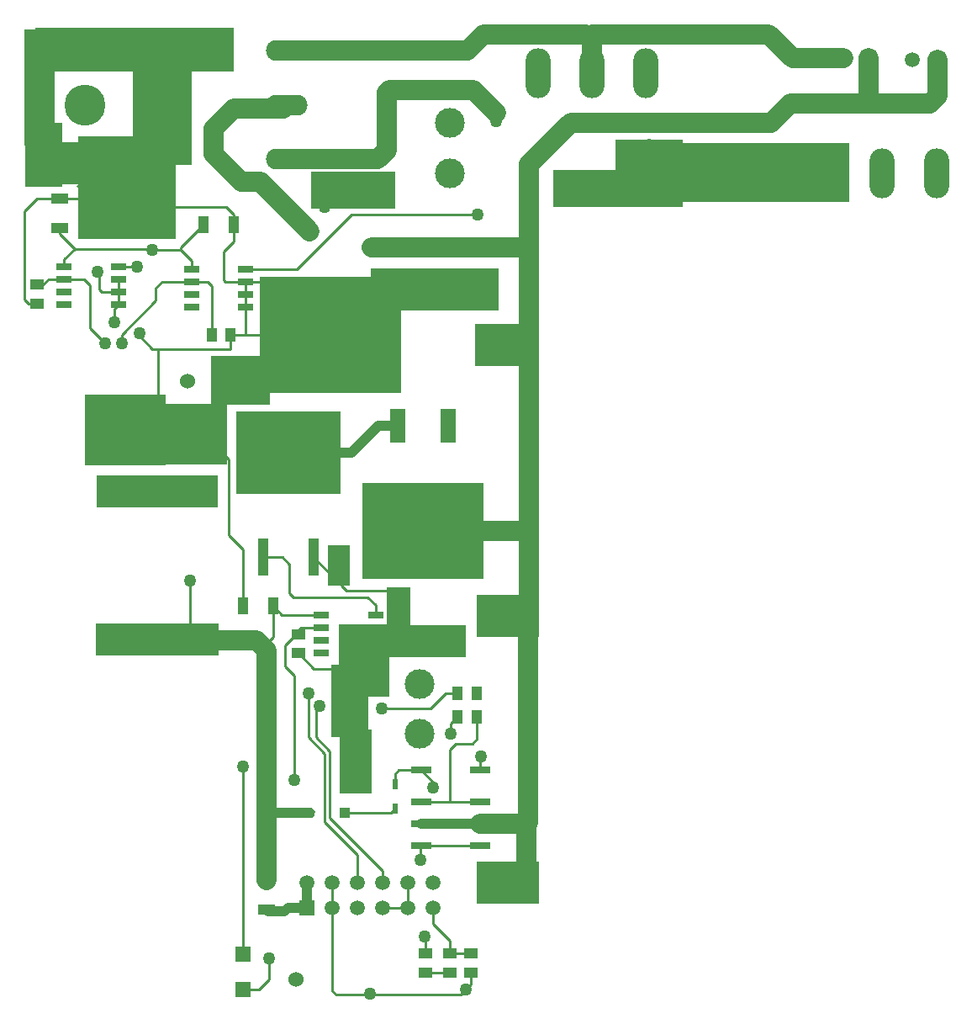
<source format=gtl>
G04 Layer_Physical_Order=1*
G04 Layer_Color=255*
%FSLAX25Y25*%
%MOIN*%
G70*
G01*
G75*
%ADD10R,0.01969X0.03937*%
%ADD11R,0.07874X0.02756*%
%ADD12R,0.07100X0.04400*%
%ADD13R,0.06299X0.05906*%
%ADD14R,0.41339X0.32677*%
%ADD15R,0.04134X0.14764*%
%ADD16R,0.06004X0.02756*%
%ADD17R,0.04331X0.07087*%
%ADD18R,0.48031X0.38386*%
%ADD19R,0.06299X0.13780*%
%ADD20R,0.04000X0.05500*%
%ADD21R,0.07087X0.04331*%
%ADD22R,0.05500X0.04000*%
%ADD23C,0.07874*%
%ADD24C,0.01000*%
%ADD25C,0.03937*%
%ADD26R,0.33500X0.15000*%
%ADD27R,0.70000X0.23500*%
%ADD28R,0.27000X0.27000*%
%ADD29R,0.49000X0.12500*%
%ADD30R,0.48000X0.13000*%
%ADD31R,0.25000X0.17000*%
%ADD32R,0.56500X0.46000*%
%ADD33R,0.39000X0.40500*%
%ADD34R,0.15000X0.25500*%
%ADD35R,0.31500X0.16500*%
%ADD36R,0.23500X0.47500*%
%ADD37R,0.15000X0.29000*%
%ADD38R,0.12500X0.25500*%
%ADD39R,0.20500X0.29000*%
%ADD40R,0.32500X0.13000*%
%ADD41R,0.50500X0.17000*%
%ADD42R,0.12000X0.46000*%
%ADD43R,0.78500X0.17500*%
%ADD44R,0.32000X0.28500*%
%ADD45R,0.31500X0.24000*%
%ADD46R,0.23500X0.19500*%
%ADD47R,0.09000X0.16000*%
%ADD48R,0.09500X0.16000*%
%ADD49R,0.33500X0.14500*%
%ADD50C,0.11811*%
%ADD51R,0.05906X0.05906*%
%ADD52C,0.05906*%
%ADD53C,0.02362*%
%ADD54R,0.04362X0.04362*%
%ADD55O,0.09900X0.19800*%
%ADD56O,0.16500X0.08250*%
%ADD57C,0.16200*%
%ADD58C,0.06000*%
%ADD59C,0.07874*%
%ADD60C,0.05000*%
G36*
X329032Y195977D02*
X330160Y194746D01*
X330087Y193078D01*
X328856Y191950D01*
X327188Y192023D01*
X326061Y193254D01*
X326133Y194922D01*
X327364Y196050D01*
X329032Y195977D01*
D02*
G37*
D10*
X362000Y195776D02*
D03*
Y205224D02*
D03*
D11*
X395811Y189594D02*
D03*
Y180933D02*
D03*
X372189Y189594D02*
D03*
Y180933D02*
D03*
X395811Y198256D02*
D03*
X372189D02*
D03*
X395811Y210854D02*
D03*
X372189D02*
D03*
D12*
X311000Y167400D02*
D03*
Y155600D02*
D03*
D13*
X301500Y137890D02*
D03*
Y124110D02*
D03*
D14*
X319500Y336642D02*
D03*
D15*
X329500Y295303D02*
D03*
X309500D02*
D03*
D16*
X354177Y272500D02*
D03*
Y267500D02*
D03*
Y262500D02*
D03*
Y257500D02*
D03*
X332823D02*
D03*
Y262500D02*
D03*
Y267500D02*
D03*
Y272500D02*
D03*
X302677Y409500D02*
D03*
Y404500D02*
D03*
Y399500D02*
D03*
Y394500D02*
D03*
X281323D02*
D03*
Y399500D02*
D03*
Y404500D02*
D03*
Y409500D02*
D03*
X252177Y410500D02*
D03*
Y405500D02*
D03*
Y400500D02*
D03*
Y395500D02*
D03*
X230823D02*
D03*
Y400500D02*
D03*
Y405500D02*
D03*
Y410500D02*
D03*
D17*
X313500Y276000D02*
D03*
X301689D02*
D03*
X286094Y427000D02*
D03*
X297905D02*
D03*
D18*
X373000Y305764D02*
D03*
D19*
X383000Y347437D02*
D03*
X363000D02*
D03*
D20*
X289300Y383500D02*
D03*
X296700D02*
D03*
X386800Y232000D02*
D03*
X394200D02*
D03*
Y241500D02*
D03*
X386800D02*
D03*
D21*
X229000Y425595D02*
D03*
Y437405D02*
D03*
D22*
X374000Y138200D02*
D03*
Y130800D02*
D03*
X392000D02*
D03*
Y138200D02*
D03*
X383500Y130800D02*
D03*
Y138200D02*
D03*
X220000Y403200D02*
D03*
Y395800D02*
D03*
X323500Y264700D02*
D03*
Y257300D02*
D03*
D23*
X440000Y500000D02*
Y502500D01*
Y489000D02*
Y500000D01*
X510000Y502500D02*
X519500Y493000D01*
X440000Y502500D02*
X510000D01*
X397000D02*
X437500D01*
X390500Y496000D02*
X397000Y502500D01*
X307000Y262500D02*
X311000Y258500D01*
X373000Y305764D02*
X414764D01*
X395811Y189594D02*
X414094D01*
X414500Y190000D02*
Y264811D01*
X414094Y165594D02*
Y189594D01*
X311000Y167400D02*
Y240500D01*
X280500Y262500D02*
X307000D01*
X311000Y234000D02*
Y258500D01*
X415000Y451000D02*
X431500Y467500D01*
X511000D01*
X518500Y475000D01*
X574000D02*
X577000Y478000D01*
Y492500D01*
X549500Y475000D02*
Y493000D01*
X518500Y475000D02*
X549500D01*
X574000D01*
X393000Y480500D02*
X402000Y471500D01*
X359500Y480500D02*
X393000D01*
X358500Y456500D02*
Y479500D01*
X355000Y453000D02*
X358500Y456500D01*
X319000Y453000D02*
X355000D01*
X352500Y418000D02*
X415000D01*
Y272000D02*
Y418000D01*
Y451000D01*
X308500Y444000D02*
X328000Y424500D01*
X301000Y444000D02*
X308500D01*
X290000Y455000D02*
X301000Y444000D01*
X290000Y455000D02*
Y465000D01*
X298000Y473000D01*
X317500D01*
X319000Y496000D02*
X390500D01*
X519500Y493000D02*
X539500D01*
D24*
X338500Y122000D02*
X388000D01*
X437500Y502500D02*
X440000Y500000D01*
X395811Y189594D02*
X395905Y189500D01*
X337000Y156500D02*
Y166500D01*
X311000Y155600D02*
X311600Y155000D01*
X301500Y137890D02*
Y212500D01*
X374000Y138200D02*
Y144500D01*
X373500Y145000D02*
X374000Y144500D01*
Y130800D02*
X383500D01*
X409563Y269748D02*
X414500Y264811D01*
X414094Y189594D02*
X414500Y190000D01*
X372000Y175500D02*
Y180744D01*
X372189Y180933D01*
X395811D01*
X383500Y198256D02*
Y219000D01*
X386000Y221500D01*
X392500D01*
X394200Y223200D01*
Y232000D01*
X372189Y198256D02*
X383500D01*
X395811D01*
X363354Y210854D02*
X372189D01*
X362000Y209500D02*
X363354Y210854D01*
X362000Y205224D02*
Y209500D01*
X377000Y204000D02*
Y206043D01*
X372189Y210854D02*
X377000Y206043D01*
X384000Y225500D02*
Y229200D01*
X386800Y232000D01*
X377000Y150000D02*
Y156500D01*
Y150000D02*
X383500Y143500D01*
Y138200D02*
Y143500D01*
Y138200D02*
X392000D01*
Y126000D02*
Y130800D01*
X366500Y156000D02*
X367000Y156500D01*
Y166500D01*
X357000Y156500D02*
X367000D01*
X337000Y123500D02*
Y156500D01*
Y123500D02*
X338500Y122000D01*
X301500Y124110D02*
X308110D01*
X312000Y128000D01*
Y135000D01*
X356500Y235500D02*
X376000D01*
X382000Y241500D01*
X386800D01*
X309500Y295303D02*
X317197D01*
X320000Y292500D01*
Y281000D02*
Y292500D01*
X317000Y272500D02*
X332823D01*
X313500Y276000D02*
X317000Y272500D01*
X313500Y263689D02*
Y276000D01*
X324800Y267500D02*
X332823D01*
X320000Y281000D02*
X321500Y279500D01*
X351000D01*
X354177Y276323D01*
Y272500D02*
Y276323D01*
X322000Y207000D02*
Y248500D01*
X318437Y252063D02*
Y260437D01*
X322700Y264700D01*
X323500D01*
X318437Y252063D02*
X322000Y248500D01*
X307000Y262500D02*
X312311D01*
X313500Y263689D01*
X347000Y166500D02*
Y177500D01*
X334000Y190500D02*
X347000Y177500D01*
X334000Y190500D02*
Y217500D01*
X327500Y224000D02*
X334000Y217500D01*
X327500Y224000D02*
Y240000D01*
X241000Y386000D02*
X247000Y380000D01*
X241000Y386000D02*
Y403000D01*
X238500Y405500D02*
X241000Y403000D01*
X230823Y405500D02*
X238500D01*
X357000Y166500D02*
Y171000D01*
X336000Y192000D02*
X357000Y171000D01*
X336000Y192000D02*
Y218500D01*
X330500Y224000D02*
X336000Y218500D01*
X330500Y224000D02*
Y236000D01*
X253500Y380000D02*
Y383500D01*
X267000Y397000D01*
Y402000D01*
X269500Y404500D01*
X281323D01*
X341890Y194000D02*
X360224D01*
X362000Y195776D01*
X280500Y262500D02*
Y285000D01*
X230823Y410500D02*
Y413323D01*
X235000Y417500D01*
X265000D01*
X265500Y417000D01*
X277000D01*
X281323Y412677D01*
Y409500D02*
Y412677D01*
X229000Y423500D02*
Y425595D01*
Y423500D02*
X235000Y417500D01*
X277000Y417000D02*
Y417906D01*
X286094Y427000D01*
X322500Y265200D02*
X324800Y267500D01*
X281323Y404500D02*
X287500D01*
X289300Y402700D01*
Y383500D02*
Y402700D01*
X220000Y403200D02*
X222200D01*
X224500Y405500D01*
X230823D01*
X252177Y410500D02*
X258000D01*
X549500Y493000D02*
X550000Y493500D01*
X302677Y409500D02*
X323000D01*
X344500Y431000D01*
X393500D01*
X402000Y468000D02*
Y471500D01*
X358500Y479500D02*
X359500Y480500D01*
X317500Y473000D02*
X319000Y474500D01*
X440000Y500000D02*
X444500D01*
X302677Y404500D02*
X315000D01*
X302677Y399500D02*
Y404500D01*
Y394500D02*
Y399500D01*
Y383677D02*
Y394500D01*
X302500Y383500D02*
X302677Y383677D01*
X296700Y383500D02*
X302500D01*
X321000D01*
X216700Y395800D02*
X220000D01*
X215000Y397500D02*
X216700Y395800D01*
X215000Y397500D02*
Y432500D01*
X219905Y437405D01*
X229000D01*
X244094D01*
X239000Y442500D02*
X244094Y437405D01*
X236000Y442500D02*
X239000D01*
X297905Y420405D02*
Y427000D01*
X294000Y416500D02*
X297905Y420405D01*
X294000Y405000D02*
Y416500D01*
Y405000D02*
X294500Y404500D01*
X302677D01*
X297905Y427000D02*
Y431095D01*
X295000Y434000D02*
X297905Y431095D01*
X269000Y434000D02*
X295000D01*
X388000Y122000D02*
X390000Y124000D01*
X392000Y126000D01*
X395811Y210854D02*
Y215189D01*
X396000Y215378D01*
X252177Y400500D02*
Y405500D01*
Y395500D02*
Y400500D01*
X245500D02*
X252177D01*
X244500Y401500D02*
X245500Y400500D01*
X244500Y401500D02*
Y407500D01*
X296700Y377700D02*
Y383500D01*
X260500Y383000D02*
X265800Y377700D01*
X250500Y388500D02*
Y393823D01*
X252177Y395500D01*
X268000Y357000D02*
Y377700D01*
X265800D02*
X268000D01*
X296700D01*
X323500Y257300D02*
X329800Y251000D01*
X343000D01*
X329500Y295303D02*
X342803Y282000D01*
X362000D01*
X364500Y279500D01*
Y264000D02*
Y279500D01*
X301689Y276000D02*
Y298311D01*
X296000Y304000D02*
X301689Y298311D01*
X296000Y304000D02*
Y334000D01*
X289500Y340500D02*
X296000Y334000D01*
D25*
X372189Y189594D02*
X395811D01*
X319500Y156500D02*
X327000D01*
X318000Y155000D02*
X319500Y156500D01*
X311600Y155000D02*
X318000D01*
X327000Y156500D02*
Y166500D01*
X355437Y347437D02*
X363000D01*
X344642Y336642D02*
X355437Y347437D01*
X319500Y336642D02*
X344642D01*
X311000Y194000D02*
X328110D01*
D26*
X441250Y441500D02*
D03*
D27*
X507000Y447750D02*
D03*
D28*
X462500Y447500D02*
D03*
D29*
X267500Y262750D02*
D03*
D30*
Y321500D02*
D03*
D31*
X406500Y272000D02*
D03*
X406000Y379500D02*
D03*
X406500Y166500D02*
D03*
D32*
X336250Y383500D02*
D03*
D33*
X255500Y441750D02*
D03*
D34*
X222500Y454750D02*
D03*
D35*
X233250Y451250D02*
D03*
D36*
X269750Y474250D02*
D03*
D37*
X344000Y238500D02*
D03*
D38*
X346250Y214250D02*
D03*
D39*
X349750Y254500D02*
D03*
D40*
X373750Y262000D02*
D03*
D41*
X377750Y401500D02*
D03*
D42*
X221000Y481500D02*
D03*
D43*
X258750Y496250D02*
D03*
D44*
X255000Y345750D02*
D03*
D45*
X279750Y344000D02*
D03*
D46*
X300750Y365250D02*
D03*
D47*
X339500Y292000D02*
D03*
D48*
X363250Y275500D02*
D03*
D49*
X345250Y440750D02*
D03*
D50*
X383500Y447500D02*
D03*
Y467185D02*
D03*
X371500Y225315D02*
D03*
Y245000D02*
D03*
D51*
X327000Y156500D02*
D03*
X549500Y493000D02*
D03*
X577000Y492500D02*
D03*
D52*
X337000Y156500D02*
D03*
X347000D02*
D03*
X357000D02*
D03*
X367000D02*
D03*
X377000D02*
D03*
X327000Y166500D02*
D03*
X337000D02*
D03*
X347000D02*
D03*
X357000D02*
D03*
X367000D02*
D03*
X377000D02*
D03*
X539500Y493000D02*
D03*
X567000Y492500D02*
D03*
D53*
X328110Y194000D02*
D03*
D54*
X341890D02*
D03*
D55*
X555043Y447500D02*
D03*
X576500D02*
D03*
X533587D02*
D03*
X439957Y487000D02*
D03*
X418500D02*
D03*
X461413D02*
D03*
D56*
X319000Y453000D02*
D03*
Y474500D02*
D03*
Y496000D02*
D03*
D57*
X239000Y474500D02*
D03*
D58*
X322500Y128000D02*
D03*
X279500Y365000D02*
D03*
D59*
X429000Y441500D02*
D03*
X462500Y457000D02*
D03*
X385000Y260500D02*
D03*
X396500Y401500D02*
D03*
D60*
X301500Y212500D02*
D03*
X373500Y145000D02*
D03*
X372000Y175500D02*
D03*
X377000Y204000D02*
D03*
X384000Y225500D02*
D03*
X312000Y136500D02*
D03*
X356500Y235500D02*
D03*
X322000Y207000D02*
D03*
X327500Y241500D02*
D03*
X247000Y380000D02*
D03*
X332000Y236500D02*
D03*
X253500Y380000D02*
D03*
X280500Y286000D02*
D03*
X265500Y417000D02*
D03*
X259500Y410500D02*
D03*
X394500Y431000D02*
D03*
X402000Y468000D02*
D03*
X351500Y418500D02*
D03*
X328000Y424500D02*
D03*
X352000Y122500D02*
D03*
X390000Y124000D02*
D03*
X396000Y216500D02*
D03*
X347000Y206000D02*
D03*
X244000Y408500D02*
D03*
X245000Y435500D02*
D03*
X260500Y384000D02*
D03*
X250500Y388500D02*
D03*
X292500Y494000D02*
D03*
X346500Y443500D02*
D03*
X334000Y434000D02*
D03*
X318500Y397000D02*
D03*
M02*

</source>
